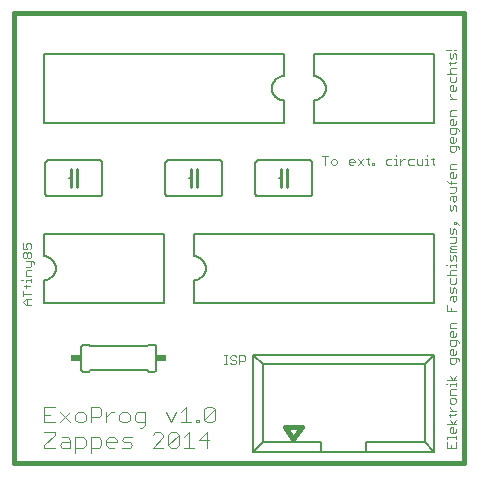
<source format=gto>
G75*
%MOIN*%
%OFA0B0*%
%FSLAX24Y24*%
%IPPOS*%
%LPD*%
%AMOC8*
5,1,8,0,0,1.08239X$1,22.5*
%
%ADD10C,0.0040*%
%ADD11C,0.0160*%
%ADD12C,0.0030*%
%ADD13C,0.0060*%
%ADD14C,0.0100*%
%ADD15R,0.0340X0.0240*%
%ADD16C,0.0080*%
D10*
X003780Y000700D02*
X004126Y000700D01*
X004295Y000787D02*
X004382Y000873D01*
X004642Y000873D01*
X004642Y000960D02*
X004642Y000700D01*
X004382Y000700D01*
X004295Y000787D01*
X004382Y001047D02*
X004555Y001047D01*
X004642Y000960D01*
X004811Y001047D02*
X005071Y001047D01*
X005158Y000960D01*
X005158Y000787D01*
X005071Y000700D01*
X004811Y000700D01*
X004811Y000527D02*
X004811Y001047D01*
X004898Y001540D02*
X004811Y001627D01*
X004811Y001800D01*
X004898Y001887D01*
X005071Y001887D01*
X005158Y001800D01*
X005158Y001627D01*
X005071Y001540D01*
X004898Y001540D01*
X004642Y001540D02*
X004295Y001887D01*
X004126Y002060D02*
X003780Y002060D01*
X003780Y001540D01*
X004126Y001540D01*
X004295Y001540D02*
X004642Y001887D01*
X003953Y001800D02*
X003780Y001800D01*
X003780Y001220D02*
X004126Y001220D01*
X004126Y001134D01*
X003780Y000787D01*
X003780Y000700D01*
X005326Y000700D02*
X005587Y000700D01*
X005673Y000787D01*
X005673Y000960D01*
X005587Y001047D01*
X005326Y001047D01*
X005326Y000527D01*
X005842Y000787D02*
X005842Y000960D01*
X005929Y001047D01*
X006102Y001047D01*
X006189Y000960D01*
X006189Y000873D01*
X005842Y000873D01*
X005842Y000787D02*
X005929Y000700D01*
X006102Y000700D01*
X006358Y000700D02*
X006618Y000700D01*
X006705Y000787D01*
X006618Y000873D01*
X006444Y000873D01*
X006358Y000960D01*
X006444Y001047D01*
X006705Y001047D01*
X006961Y001367D02*
X007048Y001367D01*
X007134Y001453D01*
X007134Y001887D01*
X006874Y001887D01*
X006787Y001800D01*
X006787Y001627D01*
X006874Y001540D01*
X007134Y001540D01*
X007476Y001220D02*
X007389Y001134D01*
X007476Y001220D02*
X007649Y001220D01*
X007736Y001134D01*
X007736Y001047D01*
X007389Y000700D01*
X007736Y000700D01*
X007905Y000787D02*
X008252Y001134D01*
X008252Y000787D01*
X008165Y000700D01*
X007991Y000700D01*
X007905Y000787D01*
X007905Y001134D01*
X007991Y001220D01*
X008165Y001220D01*
X008252Y001134D01*
X008420Y001047D02*
X008594Y001220D01*
X008594Y000700D01*
X008767Y000700D02*
X008420Y000700D01*
X008936Y000960D02*
X009283Y000960D01*
X009196Y000700D02*
X009196Y001220D01*
X008936Y000960D01*
X008937Y001540D02*
X008850Y001540D01*
X008850Y001627D01*
X008937Y001627D01*
X008937Y001540D01*
X009108Y001627D02*
X009455Y001974D01*
X009455Y001627D01*
X009368Y001540D01*
X009195Y001540D01*
X009108Y001627D01*
X009108Y001974D01*
X009195Y002060D01*
X009368Y002060D01*
X009455Y001974D01*
X008681Y001540D02*
X008334Y001540D01*
X008508Y001540D02*
X008508Y002060D01*
X008334Y001887D01*
X008166Y001887D02*
X007992Y001540D01*
X007819Y001887D01*
X006619Y001800D02*
X006619Y001627D01*
X006532Y001540D01*
X006359Y001540D01*
X006272Y001627D01*
X006272Y001800D01*
X006359Y001887D01*
X006532Y001887D01*
X006619Y001800D01*
X006102Y001887D02*
X006016Y001887D01*
X005842Y001713D01*
X005842Y001540D02*
X005842Y001887D01*
X005673Y001974D02*
X005673Y001800D01*
X005587Y001713D01*
X005326Y001713D01*
X005326Y001540D02*
X005326Y002060D01*
X005587Y002060D01*
X005673Y001974D01*
D11*
X002760Y000180D02*
X002760Y015180D01*
X017760Y015180D01*
X017760Y000180D01*
X002760Y000180D01*
X011807Y001404D02*
X012358Y001404D01*
X012082Y000983D01*
X011807Y001404D01*
D12*
X010419Y003583D02*
X010273Y003583D01*
X010273Y003486D02*
X010273Y003777D01*
X010419Y003777D01*
X010467Y003728D01*
X010467Y003631D01*
X010419Y003583D01*
X010172Y003583D02*
X010172Y003535D01*
X010124Y003486D01*
X010027Y003486D01*
X009979Y003535D01*
X010027Y003631D02*
X010124Y003631D01*
X010172Y003583D01*
X010172Y003728D02*
X010124Y003777D01*
X010027Y003777D01*
X009979Y003728D01*
X009979Y003680D01*
X010027Y003631D01*
X009879Y003486D02*
X009782Y003486D01*
X009831Y003486D02*
X009831Y003777D01*
X009879Y003777D02*
X009782Y003777D01*
X003441Y006819D02*
X003441Y006867D01*
X003393Y006915D01*
X003151Y006915D01*
X003151Y007016D02*
X003103Y007016D01*
X003054Y007065D01*
X003054Y007162D01*
X003103Y007210D01*
X003151Y007210D01*
X003199Y007162D01*
X003199Y007065D01*
X003151Y007016D01*
X003199Y007065D02*
X003248Y007016D01*
X003296Y007016D01*
X003345Y007065D01*
X003345Y007162D01*
X003296Y007210D01*
X003248Y007210D01*
X003199Y007162D01*
X003199Y007311D02*
X003151Y007408D01*
X003151Y007456D01*
X003199Y007505D01*
X003296Y007505D01*
X003345Y007456D01*
X003345Y007360D01*
X003296Y007311D01*
X003199Y007311D02*
X003054Y007311D01*
X003054Y007505D01*
X003345Y006915D02*
X003345Y006770D01*
X003296Y006722D01*
X003151Y006722D01*
X003199Y006621D02*
X003345Y006621D01*
X003199Y006621D02*
X003151Y006572D01*
X003151Y006427D01*
X003345Y006427D01*
X003345Y006327D02*
X003345Y006231D01*
X003345Y006279D02*
X003151Y006279D01*
X003151Y006231D01*
X003151Y006131D02*
X003151Y006034D01*
X003103Y006083D02*
X003296Y006083D01*
X003345Y006131D01*
X003054Y006279D02*
X003006Y006279D01*
X003054Y005933D02*
X003054Y005740D01*
X003054Y005836D02*
X003345Y005836D01*
X003345Y005638D02*
X003151Y005638D01*
X003054Y005542D01*
X003151Y005445D01*
X003345Y005445D01*
X003199Y005445D02*
X003199Y005638D01*
X013044Y010415D02*
X013238Y010415D01*
X013141Y010415D02*
X013141Y010125D01*
X013339Y010173D02*
X013339Y010270D01*
X013387Y010318D01*
X013484Y010318D01*
X013532Y010270D01*
X013532Y010173D01*
X013484Y010125D01*
X013387Y010125D01*
X013339Y010173D01*
X013928Y010173D02*
X013928Y010270D01*
X013976Y010318D01*
X014073Y010318D01*
X014121Y010270D01*
X014121Y010222D01*
X013928Y010222D01*
X013928Y010173D02*
X013976Y010125D01*
X014073Y010125D01*
X014223Y010125D02*
X014416Y010318D01*
X014517Y010318D02*
X014614Y010318D01*
X014566Y010367D02*
X014566Y010173D01*
X014614Y010125D01*
X014714Y010125D02*
X014762Y010125D01*
X014762Y010173D01*
X014714Y010173D01*
X014714Y010125D01*
X014416Y010125D02*
X014223Y010318D01*
X015156Y010270D02*
X015156Y010173D01*
X015204Y010125D01*
X015349Y010125D01*
X015450Y010125D02*
X015547Y010125D01*
X015499Y010125D02*
X015499Y010318D01*
X015450Y010318D01*
X015349Y010318D02*
X015204Y010318D01*
X015156Y010270D01*
X015499Y010415D02*
X015499Y010464D01*
X015647Y010318D02*
X015647Y010125D01*
X015647Y010222D02*
X015744Y010318D01*
X015792Y010318D01*
X015892Y010270D02*
X015892Y010173D01*
X015941Y010125D01*
X016086Y010125D01*
X016187Y010173D02*
X016187Y010318D01*
X016086Y010318D02*
X015941Y010318D01*
X015892Y010270D01*
X016187Y010173D02*
X016235Y010125D01*
X016380Y010125D01*
X016380Y010318D01*
X016482Y010318D02*
X016530Y010318D01*
X016530Y010125D01*
X016482Y010125D02*
X016578Y010125D01*
X016726Y010173D02*
X016726Y010367D01*
X016678Y010318D02*
X016775Y010318D01*
X016726Y010173D02*
X016775Y010125D01*
X016530Y010415D02*
X016530Y010464D01*
X017301Y010614D02*
X017349Y010566D01*
X017446Y010566D01*
X017495Y010614D01*
X017495Y010759D01*
X017543Y010759D02*
X017301Y010759D01*
X017301Y010614D01*
X017349Y010860D02*
X017301Y010909D01*
X017301Y011006D01*
X017349Y011054D01*
X017398Y011054D01*
X017398Y010860D01*
X017446Y010860D02*
X017349Y010860D01*
X017446Y010860D02*
X017495Y010909D01*
X017495Y011006D01*
X017446Y011155D02*
X017349Y011155D01*
X017301Y011204D01*
X017301Y011349D01*
X017543Y011349D01*
X017591Y011300D01*
X017591Y011252D01*
X017495Y011204D02*
X017495Y011349D01*
X017446Y011450D02*
X017349Y011450D01*
X017301Y011498D01*
X017301Y011595D01*
X017349Y011643D01*
X017398Y011643D01*
X017398Y011450D01*
X017446Y011450D02*
X017495Y011498D01*
X017495Y011595D01*
X017495Y011744D02*
X017301Y011744D01*
X017301Y011890D01*
X017349Y011938D01*
X017495Y011938D01*
X017495Y012334D02*
X017301Y012334D01*
X017301Y012430D02*
X017398Y012334D01*
X017301Y012430D02*
X017301Y012479D01*
X017349Y012579D02*
X017301Y012628D01*
X017301Y012724D01*
X017349Y012773D01*
X017398Y012773D01*
X017398Y012579D01*
X017446Y012579D02*
X017349Y012579D01*
X017446Y012579D02*
X017495Y012628D01*
X017495Y012724D01*
X017446Y012874D02*
X017349Y012874D01*
X017301Y012922D01*
X017301Y013067D01*
X017349Y013169D02*
X017301Y013217D01*
X017301Y013314D01*
X017349Y013362D01*
X017495Y013362D01*
X017446Y013512D02*
X017253Y013512D01*
X017301Y013560D02*
X017301Y013463D01*
X017446Y013512D02*
X017495Y013560D01*
X017495Y013660D02*
X017495Y013805D01*
X017446Y013853D01*
X017398Y013805D01*
X017398Y013708D01*
X017349Y013660D01*
X017301Y013708D01*
X017301Y013853D01*
X017349Y013954D02*
X017156Y013954D01*
X017446Y013954D02*
X017495Y013954D01*
X017495Y013169D02*
X017204Y013169D01*
X017495Y013067D02*
X017495Y012922D01*
X017446Y012874D01*
X017495Y011204D02*
X017446Y011155D01*
X017543Y010759D02*
X017591Y010711D01*
X017591Y010663D01*
X017495Y010170D02*
X017349Y010170D01*
X017301Y010122D01*
X017301Y009977D01*
X017495Y009977D01*
X017398Y009875D02*
X017398Y009682D01*
X017446Y009682D02*
X017349Y009682D01*
X017301Y009730D01*
X017301Y009827D01*
X017349Y009875D01*
X017398Y009875D01*
X017495Y009827D02*
X017495Y009730D01*
X017446Y009682D01*
X017349Y009582D02*
X017349Y009485D01*
X017253Y009534D02*
X017204Y009582D01*
X017253Y009534D02*
X017495Y009534D01*
X017495Y009384D02*
X017301Y009384D01*
X017301Y009191D02*
X017446Y009191D01*
X017495Y009239D01*
X017495Y009384D01*
X017495Y009090D02*
X017349Y009090D01*
X017301Y009041D01*
X017301Y008945D01*
X017398Y008945D02*
X017398Y009090D01*
X017495Y009090D02*
X017495Y008945D01*
X017446Y008896D01*
X017398Y008945D01*
X017446Y008795D02*
X017398Y008747D01*
X017398Y008650D01*
X017349Y008601D01*
X017301Y008650D01*
X017301Y008795D01*
X017446Y008795D02*
X017495Y008747D01*
X017495Y008601D01*
X017495Y008207D02*
X017495Y008159D01*
X017446Y008159D01*
X017446Y008207D01*
X017495Y008207D01*
X017591Y008110D01*
X017446Y008009D02*
X017398Y007961D01*
X017398Y007864D01*
X017349Y007816D01*
X017301Y007864D01*
X017301Y008009D01*
X017446Y008009D02*
X017495Y007961D01*
X017495Y007816D01*
X017495Y007715D02*
X017301Y007715D01*
X017495Y007715D02*
X017495Y007569D01*
X017446Y007521D01*
X017301Y007521D01*
X017349Y007420D02*
X017495Y007420D01*
X017495Y007323D02*
X017349Y007323D01*
X017301Y007372D01*
X017349Y007420D01*
X017349Y007323D02*
X017301Y007275D01*
X017301Y007226D01*
X017495Y007226D01*
X017446Y007125D02*
X017398Y007077D01*
X017398Y006980D01*
X017349Y006932D01*
X017301Y006980D01*
X017301Y007125D01*
X017446Y007125D02*
X017495Y007077D01*
X017495Y006932D01*
X017495Y006832D02*
X017495Y006735D01*
X017495Y006784D02*
X017301Y006784D01*
X017301Y006735D01*
X017204Y006784D02*
X017156Y006784D01*
X017349Y006634D02*
X017495Y006634D01*
X017349Y006634D02*
X017301Y006586D01*
X017301Y006489D01*
X017349Y006441D01*
X017301Y006340D02*
X017301Y006194D01*
X017349Y006146D01*
X017446Y006146D01*
X017495Y006194D01*
X017495Y006340D01*
X017495Y006441D02*
X017204Y006441D01*
X017301Y006045D02*
X017301Y005900D01*
X017349Y005851D01*
X017398Y005900D01*
X017398Y005997D01*
X017446Y006045D01*
X017495Y005997D01*
X017495Y005851D01*
X017495Y005750D02*
X017495Y005605D01*
X017446Y005557D01*
X017398Y005605D01*
X017398Y005750D01*
X017349Y005750D02*
X017495Y005750D01*
X017349Y005750D02*
X017301Y005702D01*
X017301Y005605D01*
X017204Y005456D02*
X017204Y005262D01*
X017495Y005262D01*
X017349Y005262D02*
X017349Y005359D01*
X017349Y004866D02*
X017495Y004866D01*
X017349Y004866D02*
X017301Y004818D01*
X017301Y004673D01*
X017495Y004673D01*
X017398Y004572D02*
X017398Y004378D01*
X017446Y004378D02*
X017349Y004378D01*
X017301Y004427D01*
X017301Y004523D01*
X017349Y004572D01*
X017398Y004572D01*
X017495Y004523D02*
X017495Y004427D01*
X017446Y004378D01*
X017495Y004277D02*
X017495Y004132D01*
X017446Y004083D01*
X017349Y004083D01*
X017301Y004132D01*
X017301Y004277D01*
X017543Y004277D01*
X017591Y004229D01*
X017591Y004180D01*
X017495Y003934D02*
X017495Y003837D01*
X017446Y003789D01*
X017349Y003789D01*
X017301Y003837D01*
X017301Y003934D01*
X017349Y003982D01*
X017398Y003982D01*
X017398Y003789D01*
X017495Y003688D02*
X017495Y003543D01*
X017446Y003494D01*
X017349Y003494D01*
X017301Y003543D01*
X017301Y003688D01*
X017543Y003688D01*
X017591Y003639D01*
X017591Y003591D01*
X017495Y003099D02*
X017398Y002954D01*
X017301Y003099D01*
X017204Y002954D02*
X017495Y002954D01*
X017495Y002854D02*
X017495Y002758D01*
X017495Y002806D02*
X017301Y002806D01*
X017301Y002758D01*
X017204Y002806D02*
X017156Y002806D01*
X017349Y002656D02*
X017495Y002656D01*
X017349Y002656D02*
X017301Y002608D01*
X017301Y002463D01*
X017495Y002463D01*
X017446Y002362D02*
X017349Y002362D01*
X017301Y002313D01*
X017301Y002217D01*
X017349Y002168D01*
X017446Y002168D01*
X017495Y002217D01*
X017495Y002313D01*
X017446Y002362D01*
X017301Y002068D02*
X017301Y002019D01*
X017398Y001923D01*
X017495Y001923D02*
X017301Y001923D01*
X017301Y001823D02*
X017301Y001726D01*
X017253Y001775D02*
X017446Y001775D01*
X017495Y001823D01*
X017495Y001626D02*
X017398Y001481D01*
X017301Y001626D01*
X017204Y001481D02*
X017495Y001481D01*
X017398Y001380D02*
X017398Y001186D01*
X017446Y001186D02*
X017349Y001186D01*
X017301Y001234D01*
X017301Y001331D01*
X017349Y001380D01*
X017398Y001380D01*
X017495Y001331D02*
X017495Y001234D01*
X017446Y001186D01*
X017495Y001086D02*
X017495Y000990D01*
X017495Y001038D02*
X017204Y001038D01*
X017204Y000990D01*
X017204Y000888D02*
X017204Y000695D01*
X017495Y000695D01*
X017495Y000888D01*
X017349Y000792D02*
X017349Y000695D01*
D13*
X016760Y005530D02*
X016760Y007830D01*
X008760Y007830D01*
X008760Y007080D01*
X008799Y007078D01*
X008838Y007072D01*
X008876Y007063D01*
X008913Y007050D01*
X008949Y007033D01*
X008982Y007013D01*
X009014Y006989D01*
X009043Y006963D01*
X009069Y006934D01*
X009093Y006902D01*
X009113Y006869D01*
X009130Y006833D01*
X009143Y006796D01*
X009152Y006758D01*
X009158Y006719D01*
X009160Y006680D01*
X009158Y006641D01*
X009152Y006602D01*
X009143Y006564D01*
X009130Y006527D01*
X009113Y006491D01*
X009093Y006458D01*
X009069Y006426D01*
X009043Y006397D01*
X009014Y006371D01*
X008982Y006347D01*
X008949Y006327D01*
X008913Y006310D01*
X008876Y006297D01*
X008838Y006288D01*
X008799Y006282D01*
X008760Y006280D01*
X008760Y005530D01*
X016760Y005530D01*
X012710Y009180D02*
X012710Y010180D01*
X012708Y010197D01*
X012704Y010214D01*
X012697Y010230D01*
X012687Y010244D01*
X012674Y010257D01*
X012660Y010267D01*
X012644Y010274D01*
X012627Y010278D01*
X012610Y010280D01*
X010910Y010280D01*
X010893Y010278D01*
X010876Y010274D01*
X010860Y010267D01*
X010846Y010257D01*
X010833Y010244D01*
X010823Y010230D01*
X010816Y010214D01*
X010812Y010197D01*
X010810Y010180D01*
X010810Y009180D01*
X010812Y009163D01*
X010816Y009146D01*
X010823Y009130D01*
X010833Y009116D01*
X010846Y009103D01*
X010860Y009093D01*
X010876Y009086D01*
X010893Y009082D01*
X010910Y009080D01*
X012610Y009080D01*
X012627Y009082D01*
X012644Y009086D01*
X012660Y009093D01*
X012674Y009103D01*
X012687Y009116D01*
X012697Y009130D01*
X012704Y009146D01*
X012708Y009163D01*
X012710Y009180D01*
X011910Y009680D02*
X011860Y009680D01*
X011660Y009680D02*
X011610Y009680D01*
X009710Y009180D02*
X009710Y010180D01*
X009708Y010197D01*
X009704Y010214D01*
X009697Y010230D01*
X009687Y010244D01*
X009674Y010257D01*
X009660Y010267D01*
X009644Y010274D01*
X009627Y010278D01*
X009610Y010280D01*
X007910Y010280D01*
X007893Y010278D01*
X007876Y010274D01*
X007860Y010267D01*
X007846Y010257D01*
X007833Y010244D01*
X007823Y010230D01*
X007816Y010214D01*
X007812Y010197D01*
X007810Y010180D01*
X007810Y009180D01*
X007812Y009163D01*
X007816Y009146D01*
X007823Y009130D01*
X007833Y009116D01*
X007846Y009103D01*
X007860Y009093D01*
X007876Y009086D01*
X007893Y009082D01*
X007910Y009080D01*
X009610Y009080D01*
X009627Y009082D01*
X009644Y009086D01*
X009660Y009093D01*
X009674Y009103D01*
X009687Y009116D01*
X009697Y009130D01*
X009704Y009146D01*
X009708Y009163D01*
X009710Y009180D01*
X008910Y009680D02*
X008860Y009680D01*
X008660Y009680D02*
X008610Y009680D01*
X007760Y007830D02*
X007760Y005530D01*
X003760Y005530D01*
X003760Y006280D01*
X003799Y006282D01*
X003838Y006288D01*
X003876Y006297D01*
X003913Y006310D01*
X003949Y006327D01*
X003982Y006347D01*
X004014Y006371D01*
X004043Y006397D01*
X004069Y006426D01*
X004093Y006458D01*
X004113Y006491D01*
X004130Y006527D01*
X004143Y006564D01*
X004152Y006602D01*
X004158Y006641D01*
X004160Y006680D01*
X004158Y006719D01*
X004152Y006758D01*
X004143Y006796D01*
X004130Y006833D01*
X004113Y006869D01*
X004093Y006902D01*
X004069Y006934D01*
X004043Y006963D01*
X004014Y006989D01*
X003982Y007013D01*
X003949Y007033D01*
X003913Y007050D01*
X003876Y007063D01*
X003838Y007072D01*
X003799Y007078D01*
X003760Y007080D01*
X003760Y007830D01*
X007760Y007830D01*
X005710Y009180D02*
X005710Y010180D01*
X005708Y010197D01*
X005704Y010214D01*
X005697Y010230D01*
X005687Y010244D01*
X005674Y010257D01*
X005660Y010267D01*
X005644Y010274D01*
X005627Y010278D01*
X005610Y010280D01*
X003910Y010280D01*
X003893Y010278D01*
X003876Y010274D01*
X003860Y010267D01*
X003846Y010257D01*
X003833Y010244D01*
X003823Y010230D01*
X003816Y010214D01*
X003812Y010197D01*
X003810Y010180D01*
X003810Y009180D01*
X003812Y009163D01*
X003816Y009146D01*
X003823Y009130D01*
X003833Y009116D01*
X003846Y009103D01*
X003860Y009093D01*
X003876Y009086D01*
X003893Y009082D01*
X003910Y009080D01*
X005610Y009080D01*
X005627Y009082D01*
X005644Y009086D01*
X005660Y009093D01*
X005674Y009103D01*
X005687Y009116D01*
X005697Y009130D01*
X005704Y009146D01*
X005708Y009163D01*
X005710Y009180D01*
X004910Y009680D02*
X004860Y009680D01*
X004660Y009680D02*
X004610Y009680D01*
X003760Y011530D02*
X003760Y013830D01*
X011760Y013830D01*
X011760Y013080D01*
X011721Y013078D01*
X011682Y013072D01*
X011644Y013063D01*
X011607Y013050D01*
X011571Y013033D01*
X011538Y013013D01*
X011506Y012989D01*
X011477Y012963D01*
X011451Y012934D01*
X011427Y012902D01*
X011407Y012869D01*
X011390Y012833D01*
X011377Y012796D01*
X011368Y012758D01*
X011362Y012719D01*
X011360Y012680D01*
X011362Y012641D01*
X011368Y012602D01*
X011377Y012564D01*
X011390Y012527D01*
X011407Y012491D01*
X011427Y012458D01*
X011451Y012426D01*
X011477Y012397D01*
X011506Y012371D01*
X011538Y012347D01*
X011571Y012327D01*
X011607Y012310D01*
X011644Y012297D01*
X011682Y012288D01*
X011721Y012282D01*
X011760Y012280D01*
X011760Y011530D01*
X003760Y011530D01*
X005110Y004130D02*
X005260Y004130D01*
X005310Y004080D01*
X007210Y004080D01*
X007260Y004130D01*
X007410Y004130D01*
X007427Y004128D01*
X007444Y004124D01*
X007460Y004117D01*
X007474Y004107D01*
X007487Y004094D01*
X007497Y004080D01*
X007504Y004064D01*
X007508Y004047D01*
X007510Y004030D01*
X007510Y003330D01*
X007508Y003313D01*
X007504Y003296D01*
X007497Y003280D01*
X007487Y003266D01*
X007474Y003253D01*
X007460Y003243D01*
X007444Y003236D01*
X007427Y003232D01*
X007410Y003230D01*
X007260Y003230D01*
X007210Y003280D01*
X005310Y003280D01*
X005260Y003230D01*
X005110Y003230D01*
X005093Y003232D01*
X005076Y003236D01*
X005060Y003243D01*
X005046Y003253D01*
X005033Y003266D01*
X005023Y003280D01*
X005016Y003296D01*
X005012Y003313D01*
X005010Y003330D01*
X005010Y004030D01*
X005012Y004047D01*
X005016Y004064D01*
X005023Y004080D01*
X005033Y004094D01*
X005046Y004107D01*
X005060Y004117D01*
X005076Y004124D01*
X005093Y004128D01*
X005110Y004130D01*
X012760Y011530D02*
X012760Y012280D01*
X012799Y012282D01*
X012838Y012288D01*
X012876Y012297D01*
X012913Y012310D01*
X012949Y012327D01*
X012982Y012347D01*
X013014Y012371D01*
X013043Y012397D01*
X013069Y012426D01*
X013093Y012458D01*
X013113Y012491D01*
X013130Y012527D01*
X013143Y012564D01*
X013152Y012602D01*
X013158Y012641D01*
X013160Y012680D01*
X013158Y012719D01*
X013152Y012758D01*
X013143Y012796D01*
X013130Y012833D01*
X013113Y012869D01*
X013093Y012902D01*
X013069Y012934D01*
X013043Y012963D01*
X013014Y012989D01*
X012982Y013013D01*
X012949Y013033D01*
X012913Y013050D01*
X012876Y013063D01*
X012838Y013072D01*
X012799Y013078D01*
X012760Y013080D01*
X012760Y013830D01*
X016760Y013830D01*
X016760Y011530D01*
X012760Y011530D01*
D14*
X011860Y009980D02*
X011860Y009680D01*
X011860Y009380D01*
X011660Y009380D02*
X011660Y009680D01*
X011660Y009980D01*
X008860Y009980D02*
X008860Y009680D01*
X008860Y009380D01*
X008660Y009380D02*
X008660Y009680D01*
X008660Y009980D01*
X004860Y009980D02*
X004860Y009680D01*
X004860Y009380D01*
X004660Y009380D02*
X004660Y009680D01*
X004660Y009980D01*
D15*
X004840Y003680D03*
X007680Y003680D03*
D16*
X010740Y003794D02*
X010740Y000566D01*
X011055Y000881D01*
X013011Y000881D01*
X013011Y000873D02*
X013011Y000593D01*
X014508Y000593D02*
X014508Y000873D01*
X014508Y000881D02*
X016464Y000881D01*
X016779Y000566D01*
X016779Y003794D01*
X016464Y003479D01*
X016464Y000881D01*
X016779Y000566D02*
X010740Y000566D01*
X011055Y000881D02*
X011055Y003479D01*
X010740Y003794D01*
X016779Y003794D01*
X016464Y003479D02*
X011055Y003479D01*
M02*

</source>
